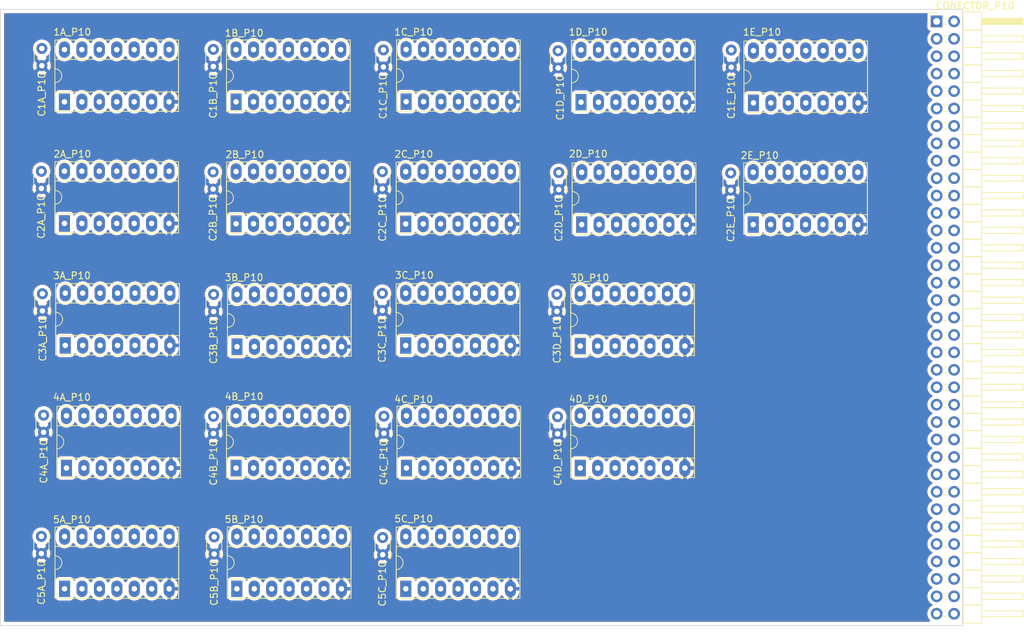
<source format=kicad_pcb>
(kicad_pcb (version 20160815) (host pcbnew "(2016-09-07 BZR 7135, Git c8cf783)-product")
  (layers (0 F.Cu signal) (31 B.Cu signal) (34 B.Paste user) (35 F.Paste user) (36 B.SilkS user) (37 F.SilkS user) (38 B.Mask user) (39 F.Mask user) (44 Edge.Cuts user))
  (net 0 "")
  (net 1 +RI_2)
  (net 2 -RI_0)
  (net 3 -RI_2)
  (net 4 +RI_0)
  (net 5 -RI_1)
  (net 6 "(+)RI_0")
  (net 7 "(+)RI_1")
  (net 8 +RI_1)
  (net 9 "(+)RI_2")
  (net 10 GND)
  (net 11 VCC)
  (net 12 +RI_5)
  (net 13 -RI_3)
  (net 14 -RI_5)
  (net 15 +RI_3)
  (net 16 -RI_4)
  (net 17 "(+)RI_3")
  (net 18 "(+)RI_4")
  (net 19 +RI_4)
  (net 20 "(+)RI_5")
  (net 21 "Net-(1C_P10-Pad8)")
  (net 22 "(+)RI_7")
  (net 23 "(+)RI_6")
  (net 24 "Net-(1C_P10-Pad12)")
  (net 25 "Net-(1C_P10-Pad6)")
  (net 26 +MIC)
  (net 27 "Net-(1D_P10-Pad8)")
  (net 28 -RI_7)
  (net 29 "Net-(1D_P10-Pad12)")
  (net 30 "Net-(1D_P10-Pad6)")
  (net 31 "Net-(1E_P10-Pad12)")
  (net 32 +RD_0)
  (net 33 -RI_6)
  (net 34 -RD_0)
  (net 35 +RI_6)
  (net 36 +RI_7)
  (net 37 -RD_1)
  (net 38 +RD_1)
  (net 39 +RD_4)
  (net 40 -RD_5)
  (net 41 -RD_4)
  (net 42 +RD_5)
  (net 43 +RD_3)
  (net 44 -RD_6)
  (net 45 -RD_3)
  (net 46 +RD_6)
  (net 47 +RD_2)
  (net 48 -RD_7)
  (net 49 -RD_2)
  (net 50 +RD_7)
  (net 51 -RDZ)
  (net 52 "Net-(2D_P10-Pad8)")
  (net 53 "Net-(2D_P10-Pad12)")
  (net 54 "Net-(2D_P10-Pad6)")
  (net 55 "Net-(2E_P10-Pad8)")
  (net 56 "Net-(2E_P10-Pad6)")
  (net 57 "Net-(3A_P10-Pad1)")
  (net 58 +IME)
  (net 59 +INDICE)
  (net 60 "Net-(3A_P10-Pad3)")
  (net 61 "+(PAN+PAZ)")
  (net 62 "+(CAC+SOM)")
  (net 63 "Net-(3A_P10-Pad5)")
  (net 64 "+(SUS+PUG)")
  (net 65 "+(PLI+ARA)")
  (net 66 +SAE)
  (net 67 +MICG2A)
  (net 68 +MICG2B)
  (net 69 +RESERVADO)
  (net 70 "Net-(3D_P10-Pad8)")
  (net 71 "Net-(3D_P10-Pad12)")
  (net 72 "Net-(3D_P10-Pad6)")
  (net 73 +MICG1)
  (net 74 +INI)
  (net 75 +PUL)
  (net 76 +TRO)
  (net 77 +SAEDS)
  (net 78 +SAEFU)
  (net 79 +SAEDE)
  (net 80 +SAESA)
  (net 81 +PLI)
  (net 82 +SOM)
  (net 83 +ARA)
  (net 84 +CAC)
  (net 85 +PER)
  (net 86 +TRI)
  (net 87 +ESP-D)
  (net 88 +PAR-D)
  (net 89 +IMEADD)
  (net 90 +SHIFT)
  (net 91 +IMENAND)
  (net 92 +IMEXOR)
  (net 93 +SUS)
  (net 94 +PAZ)
  (net 95 +PUG)
  (net 96 +PAN)
  (net 97 "Net-(CONECTOR_P10-Pad11)")
  (net 98 "Net-(CONECTOR_P10-Pad12)")
  (net 99 "Net-(CONECTOR_P10-Pad13)")
  (net 100 "Net-(CONECTOR_P10-Pad14)")
  (net 101 "Net-(CONECTOR_P10-Pad15)")
  (net 102 "Net-(CONECTOR_P10-Pad35)")
  (net 103 "Net-(CONECTOR_P10-Pad36)")
  (net 104 "Net-(CONECTOR_P10-Pad46)")
  (net 105 "Net-(CONECTOR_P10-Pad47)")
  (net 106 "Net-(CONECTOR_P10-Pad48)")
  (net 107 "Net-(CONECTOR_P10-Pad49)")
  (net 108 "Net-(CONECTOR_P10-Pad50)")
  (net 109 "Net-(CONECTOR_P10-Pad55)")
  (net 110 "Net-(CONECTOR_P10-Pad56)")
  (net 111 "Net-(CONECTOR_P10-Pad57)")
  (module Housings_DIP:DIP-14_W7.62mm_Socket_LongPads (layer F.Cu) (at 51.0869 38 90)
    (fp_text reference 1A_P10 (at 10.175 1.145 180) (layer F.SilkS))
    (fp_text value 74HC04)
    (pad 1 thru_hole rect (at 0 0 90) (size 2.4 1.6) (drill 0.8) (layers *.Cu *.Mask) (net 1 +RI_2))
    (pad 8 thru_hole oval (at 7.62 15.24 90) (size 2.4 1.6) (drill 0.8) (layers *.Cu *.Mask) (net 2 -RI_0))
    (pad 2 thru_hole oval (at 0 2.54 90) (size 2.4 1.6) (drill 0.8) (layers *.Cu *.Mask) (net 3 -RI_2))
    (pad 9 thru_hole oval (at 7.62 12.7 90) (size 2.4 1.6) (drill 0.8) (layers *.Cu *.Mask) (net 4 +RI_0))
    (pad 3 thru_hole oval (at 0 5.08 90) (size 2.4 1.6) (drill 0.8) (layers *.Cu *.Mask) (net 5 -RI_1))
    (pad 10 thru_hole oval (at 7.62 10.16 90) (size 2.4 1.6) (drill 0.8) (layers *.Cu *.Mask) (net 6 "(+)RI_0"))
    (pad 4 thru_hole oval (at 0 7.62 90) (size 2.4 1.6) (drill 0.8) (layers *.Cu *.Mask) (net 7 "(+)RI_1"))
    (pad 11 thru_hole oval (at 7.62 7.62 90) (size 2.4 1.6) (drill 0.8) (layers *.Cu *.Mask) (net 2 -RI_0))
    (pad 5 thru_hole oval (at 0 10.16 90) (size 2.4 1.6) (drill 0.8) (layers *.Cu *.Mask) (net 8 +RI_1))
    (pad 12 thru_hole oval (at 7.62 5.08 90) (size 2.4 1.6) (drill 0.8) (layers *.Cu *.Mask) (net 9 "(+)RI_2"))
    (pad 6 thru_hole oval (at 0 12.7 90) (size 2.4 1.6) (drill 0.8) (layers *.Cu *.Mask) (net 5 -RI_1))
    (pad 13 thru_hole oval (at 7.62 2.54 90) (size 2.4 1.6) (drill 0.8) (layers *.Cu *.Mask) (net 3 -RI_2))
    (pad 7 thru_hole oval (at 0 15.24 90) (size 2.4 1.6) (drill 0.8) (layers *.Cu *.Mask) (net 10 GND))
    (pad 14 thru_hole oval (at 7.62 0 90) (size 2.4 1.6) (drill 0.8) (layers *.Cu *.Mask) (net 11 VCC))
  )
  (module Housings_DIP:DIP-14_W7.62mm_Socket_LongPads (layer F.Cu) (at 76.0911 38 90)
    (fp_text reference 1B_P10 (at 10.025 1.175 180) (layer F.SilkS))
    (fp_text value 74HC04)
    (pad 1 thru_hole rect (at 0 0 90) (size 2.4 1.6) (drill 0.8) (layers *.Cu *.Mask) (net 12 +RI_5))
    (pad 8 thru_hole oval (at 7.62 15.24 90) (size 2.4 1.6) (drill 0.8) (layers *.Cu *.Mask) (net 13 -RI_3))
    (pad 2 thru_hole oval (at 0 2.54 90) (size 2.4 1.6) (drill 0.8) (layers *.Cu *.Mask) (net 14 -RI_5))
    (pad 9 thru_hole oval (at 7.62 12.7 90) (size 2.4 1.6) (drill 0.8) (layers *.Cu *.Mask) (net 15 +RI_3))
    (pad 3 thru_hole oval (at 0 5.08 90) (size 2.4 1.6) (drill 0.8) (layers *.Cu *.Mask) (net 16 -RI_4))
    (pad 10 thru_hole oval (at 7.62 10.16 90) (size 2.4 1.6) (drill 0.8) (layers *.Cu *.Mask) (net 17 "(+)RI_3"))
    (pad 4 thru_hole oval (at 0 7.62 90) (size 2.4 1.6) (drill 0.8) (layers *.Cu *.Mask) (net 18 "(+)RI_4"))
    (pad 11 thru_hole oval (at 7.62 7.62 90) (size 2.4 1.6) (drill 0.8) (layers *.Cu *.Mask) (net 13 -RI_3))
    (pad 5 thru_hole oval (at 0 10.16 90) (size 2.4 1.6) (drill 0.8) (layers *.Cu *.Mask) (net 19 +RI_4))
    (pad 12 thru_hole oval (at 7.62 5.08 90) (size 2.4 1.6) (drill 0.8) (layers *.Cu *.Mask) (net 20 "(+)RI_5"))
    (pad 6 thru_hole oval (at 0 12.7 90) (size 2.4 1.6) (drill 0.8) (layers *.Cu *.Mask) (net 16 -RI_4))
    (pad 13 thru_hole oval (at 7.62 2.54 90) (size 2.4 1.6) (drill 0.8) (layers *.Cu *.Mask) (net 14 -RI_5))
    (pad 7 thru_hole oval (at 0 15.24 90) (size 2.4 1.6) (drill 0.8) (layers *.Cu *.Mask) (net 10 GND))
    (pad 14 thru_hole oval (at 7.62 0 90) (size 2.4 1.6) (drill 0.8) (layers *.Cu *.Mask) (net 11 VCC))
  )
  (module Housings_DIP:DIP-14_W7.62mm_Socket_LongPads (layer F.Cu) (at 100.862 37.975 90)
    (fp_text reference 1C_P10 (at 10.15 1.1 180) (layer F.SilkS))
    (fp_text value 74LS10)
    (pad 1 thru_hole rect (at 0 0 90) (size 2.4 1.6) (drill 0.8) (layers *.Cu *.Mask) (net 6 "(+)RI_0"))
    (pad 8 thru_hole oval (at 7.62 15.24 90) (size 2.4 1.6) (drill 0.8) (layers *.Cu *.Mask) (net 21 "Net-(1C_P10-Pad8)"))
    (pad 2 thru_hole oval (at 0 2.54 90) (size 2.4 1.6) (drill 0.8) (layers *.Cu *.Mask) (net 7 "(+)RI_1"))
    (pad 9 thru_hole oval (at 7.62 12.7 90) (size 2.4 1.6) (drill 0.8) (layers *.Cu *.Mask) (net 22 "(+)RI_7"))
    (pad 3 thru_hole oval (at 0 5.08 90) (size 2.4 1.6) (drill 0.8) (layers *.Cu *.Mask) (net 6 "(+)RI_0"))
    (pad 10 thru_hole oval (at 7.62 10.16 90) (size 2.4 1.6) (drill 0.8) (layers *.Cu *.Mask) (net 23 "(+)RI_6"))
    (pad 4 thru_hole oval (at 0 7.62 90) (size 2.4 1.6) (drill 0.8) (layers *.Cu *.Mask) (net 5 -RI_1))
    (pad 11 thru_hole oval (at 7.62 7.62 90) (size 2.4 1.6) (drill 0.8) (layers *.Cu *.Mask) (net 20 "(+)RI_5"))
    (pad 5 thru_hole oval (at 0 10.16 90) (size 2.4 1.6) (drill 0.8) (layers *.Cu *.Mask) (net 9 "(+)RI_2"))
    (pad 12 thru_hole oval (at 7.62 5.08 90) (size 2.4 1.6) (drill 0.8) (layers *.Cu *.Mask) (net 24 "Net-(1C_P10-Pad12)"))
    (pad 6 thru_hole oval (at 0 12.7 90) (size 2.4 1.6) (drill 0.8) (layers *.Cu *.Mask) (net 25 "Net-(1C_P10-Pad6)"))
    (pad 13 thru_hole oval (at 7.62 2.54 90) (size 2.4 1.6) (drill 0.8) (layers *.Cu *.Mask) (net 9 "(+)RI_2"))
    (pad 7 thru_hole oval (at 0 15.24 90) (size 2.4 1.6) (drill 0.8) (layers *.Cu *.Mask) (net 10 GND))
    (pad 14 thru_hole oval (at 7.62 0 90) (size 2.4 1.6) (drill 0.8) (layers *.Cu *.Mask) (net 11 VCC))
  )
  (module Housings_DIP:DIP-14_W7.62mm_Socket_LongPads (layer F.Cu) (at 126.342 38.05 90)
    (fp_text reference 1D_P10 (at 10.225 1.05 180) (layer F.SilkS))
    (fp_text value 74LS10)
    (pad 1 thru_hole rect (at 0 0 90) (size 2.4 1.6) (drill 0.8) (layers *.Cu *.Mask) (net 26 +MIC))
    (pad 8 thru_hole oval (at 7.62 15.24 90) (size 2.4 1.6) (drill 0.8) (layers *.Cu *.Mask) (net 27 "Net-(1D_P10-Pad8)"))
    (pad 2 thru_hole oval (at 0 2.54 90) (size 2.4 1.6) (drill 0.8) (layers *.Cu *.Mask) (net 17 "(+)RI_3"))
    (pad 9 thru_hole oval (at 7.62 12.7 90) (size 2.4 1.6) (drill 0.8) (layers *.Cu *.Mask) (net 28 -RI_7))
    (pad 3 thru_hole oval (at 0 5.08 90) (size 2.4 1.6) (drill 0.8) (layers *.Cu *.Mask) (net 26 +MIC))
    (pad 10 thru_hole oval (at 7.62 10.16 90) (size 2.4 1.6) (drill 0.8) (layers *.Cu *.Mask) (net 23 "(+)RI_6"))
    (pad 4 thru_hole oval (at 0 7.62 90) (size 2.4 1.6) (drill 0.8) (layers *.Cu *.Mask) (net 17 "(+)RI_3"))
    (pad 11 thru_hole oval (at 7.62 7.62 90) (size 2.4 1.6) (drill 0.8) (layers *.Cu *.Mask) (net 20 "(+)RI_5"))
    (pad 5 thru_hole oval (at 0 10.16 90) (size 2.4 1.6) (drill 0.8) (layers *.Cu *.Mask) (net 16 -RI_4))
    (pad 12 thru_hole oval (at 7.62 5.08 90) (size 2.4 1.6) (drill 0.8) (layers *.Cu *.Mask) (net 29 "Net-(1D_P10-Pad12)"))
    (pad 6 thru_hole oval (at 0 12.7 90) (size 2.4 1.6) (drill 0.8) (layers *.Cu *.Mask) (net 30 "Net-(1D_P10-Pad6)"))
    (pad 13 thru_hole oval (at 7.62 2.54 90) (size 2.4 1.6) (drill 0.8) (layers *.Cu *.Mask) (net 18 "(+)RI_4"))
    (pad 7 thru_hole oval (at 0 15.24 90) (size 2.4 1.6) (drill 0.8) (layers *.Cu *.Mask) (net 10 GND))
    (pad 14 thru_hole oval (at 7.62 0 90) (size 2.4 1.6) (drill 0.8) (layers *.Cu *.Mask) (net 11 VCC))
  )
  (module Housings_DIP:DIP-14_W7.62mm_Socket_LongPads (layer F.Cu) (at 151.461 38.15 90)
    (fp_text reference 1E_P10 (at 10.325 1.25 180) (layer F.SilkS))
    (fp_text value 74LS10)
    (pad 1 thru_hole rect (at 0 0 90) (size 2.4 1.6) (drill 0.8) (layers *.Cu *.Mask) (net 14 -RI_5))
    (pad 8 thru_hole oval (at 7.62 15.24 90) (size 2.4 1.6) (drill 0.8) (layers *.Cu *.Mask))
    (pad 2 thru_hole oval (at 0 2.54 90) (size 2.4 1.6) (drill 0.8) (layers *.Cu *.Mask) (net 23 "(+)RI_6"))
    (pad 9 thru_hole oval (at 7.62 12.7 90) (size 2.4 1.6) (drill 0.8) (layers *.Cu *.Mask))
    (pad 3 thru_hole oval (at 0 5.08 90) (size 2.4 1.6) (drill 0.8) (layers *.Cu *.Mask))
    (pad 10 thru_hole oval (at 7.62 10.16 90) (size 2.4 1.6) (drill 0.8) (layers *.Cu *.Mask))
    (pad 4 thru_hole oval (at 0 7.62 90) (size 2.4 1.6) (drill 0.8) (layers *.Cu *.Mask))
    (pad 11 thru_hole oval (at 7.62 7.62 90) (size 2.4 1.6) (drill 0.8) (layers *.Cu *.Mask))
    (pad 5 thru_hole oval (at 0 10.16 90) (size 2.4 1.6) (drill 0.8) (layers *.Cu *.Mask))
    (pad 12 thru_hole oval (at 7.62 5.08 90) (size 2.4 1.6) (drill 0.8) (layers *.Cu *.Mask) (net 31 "Net-(1E_P10-Pad12)"))
    (pad 6 thru_hole oval (at 0 12.7 90) (size 2.4 1.6) (drill 0.8) (layers *.Cu *.Mask))
    (pad 13 thru_hole oval (at 7.62 2.54 90) (size 2.4 1.6) (drill 0.8) (layers *.Cu *.Mask) (net 22 "(+)RI_7"))
    (pad 7 thru_hole oval (at 0 15.24 90) (size 2.4 1.6) (drill 0.8) (layers *.Cu *.Mask) (net 10 GND))
    (pad 14 thru_hole oval (at 7.62 0 90) (size 2.4 1.6) (drill 0.8) (layers *.Cu *.Mask) (net 11 VCC))
  )
  (module Housings_DIP:DIP-14_W7.62mm_Socket_LongPads (layer F.Cu) (at 51.0869 55.7281 90)
    (fp_text reference 2A_P10 (at 10.12 1.145 180) (layer F.SilkS))
    (fp_text value 74HC04)
    (pad 1 thru_hole rect (at 0 0 90) (size 2.4 1.6) (drill 0.8) (layers *.Cu *.Mask) (net 32 +RD_0))
    (pad 8 thru_hole oval (at 7.62 15.24 90) (size 2.4 1.6) (drill 0.8) (layers *.Cu *.Mask) (net 33 -RI_6))
    (pad 2 thru_hole oval (at 0 2.54 90) (size 2.4 1.6) (drill 0.8) (layers *.Cu *.Mask) (net 34 -RD_0))
    (pad 9 thru_hole oval (at 7.62 12.7 90) (size 2.4 1.6) (drill 0.8) (layers *.Cu *.Mask) (net 35 +RI_6))
    (pad 3 thru_hole oval (at 0 5.08 90) (size 2.4 1.6) (drill 0.8) (layers *.Cu *.Mask) (net 28 -RI_7))
    (pad 10 thru_hole oval (at 7.62 10.16 90) (size 2.4 1.6) (drill 0.8) (layers *.Cu *.Mask) (net 23 "(+)RI_6"))
    (pad 4 thru_hole oval (at 0 7.62 90) (size 2.4 1.6) (drill 0.8) (layers *.Cu *.Mask) (net 22 "(+)RI_7"))
    (pad 11 thru_hole oval (at 7.62 7.62 90) (size 2.4 1.6) (drill 0.8) (layers *.Cu *.Mask) (net 33 -RI_6))
    (pad 5 thru_hole oval (at 0 10.16 90) (size 2.4 1.6) (drill 0.8) (layers *.Cu *.Mask) (net 36 +RI_7))
    (pad 12 thru_hole oval (at 7.62 5.08 90) (size 2.4 1.6) (drill 0.8) (layers *.Cu *.Mask) (net 37 -RD_1))
    (pad 6 thru_hole oval (at 0 12.7 90) (size 2.4 1.6) (drill 0.8) (layers *.Cu *.Mask) (net 28 -RI_7))
    (pad 13 thru_hole oval (at 7.62 2.54 90) (size 2.4 1.6) (drill 0.8) (layers *.Cu *.Mask) (net 38 +RD_1))
    (pad 7 thru_hole oval (at 0 15.24 90) (size 2.4 1.6) (drill 0.8) (layers *.Cu *.Mask) (net 10 GND))
    (pad 14 thru_hole oval (at 7.62 0 90) (size 2.4 1.6) (drill 0.8) (layers *.Cu *.Mask) (net 11 VCC))
  )
  (module Housings_DIP:DIP-14_W7.62mm_Socket_LongPads (layer F.Cu) (at 76.0911 55.78 90)
    (fp_text reference 2B_P10 (at 10.1 1.275 180) (layer F.SilkS))
    (fp_text value 74HC04)
    (pad 1 thru_hole rect (at 0 0 90) (size 2.4 1.6) (drill 0.8) (layers *.Cu *.Mask) (net 39 +RD_4))
    (pad 8 thru_hole oval (at 7.62 15.24 90) (size 2.4 1.6) (drill 0.8) (layers *.Cu *.Mask) (net 40 -RD_5))
    (pad 2 thru_hole oval (at 0 2.54 90) (size 2.4 1.6) (drill 0.8) (layers *.Cu *.Mask) (net 41 -RD_4))
    (pad 9 thru_hole oval (at 7.62 12.7 90) (size 2.4 1.6) (drill 0.8) (layers *.Cu *.Mask) (net 42 +RD_5))
    (pad 3 thru_hole oval (at 0 5.08 90) (size 2.4 1.6) (drill 0.8) (layers *.Cu *.Mask) (net 43 +RD_3))
    (pad 10 thru_hole oval (at 7.62 10.16 90) (size 2.4 1.6) (drill 0.8) (layers *.Cu *.Mask) (net 44 -RD_6))
    (pad 4 thru_hole oval (at 0 7.62 90) (size 2.4 1.6) (drill 0.8) (layers *.Cu *.Mask) (net 45 -RD_3))
    (pad 11 thru_hole oval (at 7.62 7.62 90) (size 2.4 1.6) (drill 0.8) (layers *.Cu *.Mask) (net 46 +RD_6))
    (pad 5 thru_hole oval (at 0 10.16 90) (size 2.4 1.6) (drill 0.8) (layers *.Cu *.Mask) (net 47 +RD_2))
    (pad 12 thru_hole oval (at 7.62 5.08 90) (size 2.4 1.6) (drill 0.8) (layers *.Cu *.Mask) (net 48 -RD_7))
    (pad 6 thru_hole oval (at 0 12.7 90) (size 2.4 1.6) (drill 0.8) (layers *.Cu *.Mask) (net 49 -RD_2))
    (pad 13 thru_hole oval (at 7.62 2.54 90) (size 2.4 1.6) (drill 0.8) (layers *.Cu *.Mask) (net 50 +RD_7))
    (pad 7 thru_hole oval (at 0 15.24 90) (size 2.4 1.6) (drill 0.8) (layers *.Cu *.Mask) (net 10 GND))
    (pad 14 thru_hole oval (at 7.62 0 90) (size 2.4 1.6) (drill 0.8) (layers *.Cu *.Mask) (net 11 VCC))
  )
  (module Housings_DIP:DIP-14_W7.62mm_Socket_LongPads (layer F.Cu) (at 100.803 55.7994 90)
    (fp_text reference 2C_P10 (at 10.17 1.175 180) (layer F.SilkS))
    (fp_text value 74LS30)
    (pad 1 thru_hole rect (at 0 0 90) (size 2.4 1.6) (drill 0.8) (layers *.Cu *.Mask) (net 34 -RD_0))
    (pad 8 thru_hole oval (at 7.62 15.24 90) (size 2.4 1.6) (drill 0.8) (layers *.Cu *.Mask) (net 51 -RDZ))
    (pad 2 thru_hole oval (at 0 2.54 90) (size 2.4 1.6) (drill 0.8) (layers *.Cu *.Mask) (net 37 -RD_1))
    (pad 9 thru_hole oval (at 7.62 12.7 90) (size 2.4 1.6) (drill 0.8) (layers *.Cu *.Mask))
    (pad 3 thru_hole oval (at 0 5.08 90) (size 2.4 1.6) (drill 0.8) (layers *.Cu *.Mask) (net 49 -RD_2))
    (pad 10 thru_hole oval (at 7.62 10.16 90) (size 2.4 1.6) (drill 0.8) (layers *.Cu *.Mask))
    (pad 4 thru_hole oval (at 0 7.62 90) (size 2.4 1.6) (drill 0.8) (layers *.Cu *.Mask) (net 45 -RD_3))
    (pad 11 thru_hole oval (at 7.62 7.62 90) (size 2.4 1.6) (drill 0.8) (layers *.Cu *.Mask) (net 44 -RD_6))
    (pad 5 thru_hole oval (at 0 10.16 90) (size 2.4 1.6) (drill 0.8) (layers *.Cu *.Mask) (net 41 -RD_4))
    (pad 12 thru_hole oval (at 7.62 5.08 90) (size 2.4 1.6) (drill 0.8) (layers *.Cu *.Mask) (net 48 -RD_7))
    (pad 6 thru_hole oval (at 0 12.7 90) (size 2.4 1.6) (drill 0.8) (layers *.Cu *.Mask) (net 40 -RD_5))
    (pad 13 thru_hole oval (at 7.62 2.54 90) (size 2.4 1.6) (drill 0.8) (layers *.Cu *.Mask))
    (pad 7 thru_hole oval (at 0 15.24 90) (size 2.4 1.6) (drill 0.8) (layers *.Cu *.Mask) (net 10 GND))
    (pad 14 thru_hole oval (at 7.62 0 90) (size 2.4 1.6) (drill 0.8) (layers *.Cu *.Mask) (net 11 VCC))
  )
  (module Housings_DIP:DIP-14_W7.62mm_Socket_LongPads (layer F.Cu) (at 126.442 55.8883 90)
    (fp_text reference 2D_P10 (at 10.3 0.95 180) (layer F.SilkS))
    (fp_text value 74LS10)
    (pad 1 thru_hole rect (at 0 0 90) (size 2.4 1.6) (drill 0.8) (layers *.Cu *.Mask) (net 20 "(+)RI_5"))
    (pad 8 thru_hole oval (at 7.62 15.24 90) (size 2.4 1.6) (drill 0.8) (layers *.Cu *.Mask) (net 52 "Net-(2D_P10-Pad8)"))
    (pad 2 thru_hole oval (at 0 2.54 90) (size 2.4 1.6) (drill 0.8) (layers *.Cu *.Mask) (net 33 -RI_6))
    (pad 9 thru_hole oval (at 7.62 12.7 90) (size 2.4 1.6) (drill 0.8) (layers *.Cu *.Mask) (net 3 -RI_2))
    (pad 3 thru_hole oval (at 0 5.08 90) (size 2.4 1.6) (drill 0.8) (layers *.Cu *.Mask) (net 20 "(+)RI_5"))
    (pad 10 thru_hole oval (at 7.62 10.16 90) (size 2.4 1.6) (drill 0.8) (layers *.Cu *.Mask) (net 5 -RI_1))
    (pad 4 thru_hole oval (at 0 7.62 90) (size 2.4 1.6) (drill 0.8) (layers *.Cu *.Mask) (net 33 -RI_6))
    (pad 11 thru_hole oval (at 7.62 7.62 90) (size 2.4 1.6) (drill 0.8) (layers *.Cu *.Mask) (net 6 "(+)RI_0"))
    (pad 5 thru_hole oval (at 0 10.16 90) (size 2.4 1.6) (drill 0.8) (layers *.Cu *.Mask) (net 22 "(+)RI_7"))
    (pad 12 thru_hole oval (at 7.62 5.08 90) (size 2.4 1.6) (drill 0.8) (layers *.Cu *.Mask) (net 53 "Net-(2D_P10-Pad12)"))
    (pad 6 thru_hole oval (at 0 12.7 90) (size 2.4 1.6) (drill 0.8) (layers *.Cu *.Mask) (net 54 "Net-(2D_P10-Pad6)"))
    (pad 13 thru_hole oval (at 7.62 2.54 90) (size 2.4 1.6) (drill 0.8) (layers *.Cu *.Mask) (net 28 -RI_7))
    (pad 7 thru_hole oval (at 0 15.24 90) (size 2.4 1.6) (drill 0.8) (layers *.Cu *.Mask) (net 10 GND))
    (pad 14 thru_hole oval (at 7.62 0 90) (size 2.4 1.6) (drill 0.8) (layers *.Cu *.Mask) (net 11 VCC))
  )
  (module Housings_DIP:DIP-14_W7.62mm_Socket_LongPads (layer F.Cu) (at 151.425 55.8883 90)
    (fp_text reference 2E_P10 (at 10.075 0.95 180) (layer F.SilkS))
    (fp_text value 74LS13)
    (pad 1 thru_hole rect (at 0 0 90) (size 2.4 1.6) (drill 0.8) (layers *.Cu *.Mask) (net 6 "(+)RI_0"))
    (pad 8 thru_hole oval (at 7.62 15.24 90) (size 2.4 1.6) (drill 0.8) (layers *.Cu *.Mask) (net 55 "Net-(2E_P10-Pad8)"))
    (pad 2 thru_hole oval (at 0 2.54 90) (size 2.4 1.6) (drill 0.8) (layers *.Cu *.Mask) (net 7 "(+)RI_1"))
    (pad 9 thru_hole oval (at 7.62 12.7 90) (size 2.4 1.6) (drill 0.8) (layers *.Cu *.Mask) (net 13 -RI_3))
    (pad 3 thru_hole oval (at 0 5.08 90) (size 2.4 1.6) (drill 0.8) (layers *.Cu *.Mask))
    (pad 10 thru_hole oval (at 7.62 10.16 90) (size 2.4 1.6) (drill 0.8) (layers *.Cu *.Mask) (net 3 -RI_2))
    (pad 4 thru_hole oval (at 0 7.62 90) (size 2.4 1.6) (drill 0.8) (layers *.Cu *.Mask) (net 3 -RI_2))
    (pad 11 thru_hole oval (at 7.62 7.62 90) (size 2.4 1.6) (drill 0.8) (layers *.Cu *.Mask))
    (pad 5 thru_hole oval (at 0 10.16 90) (size 2.4 1.6) (drill 0.8) (layers *.Cu *.Mask) (net 17 "(+)RI_3"))
    (pad 12 thru_hole oval (at 7.62 5.08 90) (size 2.4 1.6) (drill 0.8) (layers *.Cu *.Mask) (net 7 "(+)RI_1"))
    (pad 6 thru_hole oval (at 0 12.7 90) (size 2.4 1.6) (drill 0.8) (layers *.Cu *.Mask) (net 56 "Net-(2E_P10-Pad6)"))
    (pad 13 thru_hole oval (at 7.62 2.54 90) (size 2.4 1.6) (drill 0.8) (layers *.Cu *.Mask) (net 6 "(+)RI_0"))
    (pad 7 thru_hole oval (at 0 15.24 90) (size 2.4 1.6) (drill 0.8) (layers *.Cu *.Mask) (net 10 GND))
    (pad 14 thru_hole oval (at 7.62 0 90) (size 2.4 1.6) (drill 0.8) (layers *.Cu *.Mask) (net 11 VCC))
  )
  (module Housings_DIP:DIP-14_W7.62mm_Socket_LongPads (layer F.Cu) (at 51.205 73.5088 90)
    (fp_text reference 3A_P10 (at 10.17 0.97 180) (layer F.SilkS))
    (fp_text value 74HC04)
    (pad 1 thru_hole rect (at 0 0 90) (size 2.4 1.6) (drill 0.8) (layers *.Cu *.Mask) (net 57 "Net-(3A_P10-Pad1)"))
    (pad 8 thru_hole oval (at 7.62 15.24 90) (size 2.4 1.6) (drill 0.8) (layers *.Cu *.Mask) (net 58 +IME))
    (pad 2 thru_hole oval (at 0 2.54 90) (size 2.4 1.6) (drill 0.8) (layers *.Cu *.Mask) (net 59 +INDICE))
    (pad 9 thru_hole oval (at 7.62 12.7 90) (size 2.4 1.6) (drill 0.8) (layers *.Cu *.Mask) (net 56 "Net-(2E_P10-Pad6)"))
    (pad 3 thru_hole oval (at 0 5.08 90) (size 2.4 1.6) (drill 0.8) (layers *.Cu *.Mask) (net 60 "Net-(3A_P10-Pad3)"))
    (pad 10 thru_hole oval (at 7.62 10.16 90) (size 2.4 1.6) (drill 0.8) (layers *.Cu *.Mask) (net 61 "+(PAN+PAZ)"))
    (pad 4 thru_hole oval (at 0 7.62 90) (size 2.4 1.6) (drill 0.8) (layers *.Cu *.Mask) (net 62 "+(CAC+SOM)"))
    (pad 11 thru_hole oval (at 7.62 7.62 90) (size 2.4 1.6) (drill 0.8) (layers *.Cu *.Mask) (net 24 "Net-(1C_P10-Pad12)"))
    (pad 5 thru_hole oval (at 0 10.16 90) (size 2.4 1.6) (drill 0.8) (layers *.Cu *.Mask) (net 63 "Net-(3A_P10-Pad5)"))
    (pad 12 thru_hole oval (at 7.62 5.08 90) (size 2.4 1.6) (drill 0.8) (layers *.Cu *.Mask) (net 64 "+(SUS+PUG)"))
    (pad 6 thru_hole oval (at 0 12.7 90) (size 2.4 1.6) (drill 0.8) (layers *.Cu *.Mask) (net 65 "+(PLI+ARA)"))
    (pad 13 thru_hole oval (at 7.62 2.54 90) (size 2.4 1.6) (drill 0.8) (layers *.Cu *.Mask) (net 25 "Net-(1C_P10-Pad6)"))
    (pad 7 thru_hole oval (at 0 15.24 90) (size 2.4 1.6) (drill 0.8) (layers *.Cu *.Mask) (net 10 GND))
    (pad 14 thru_hole oval (at 7.62 0 90) (size 2.4 1.6) (drill 0.8) (layers *.Cu *.Mask) (net 11 VCC))
  )
  (module Housings_DIP:DIP-14_W7.62mm_Socket_LongPads (layer F.Cu) (at 76.2256 73.695 90)
    (fp_text reference 3B_P10 (at 10.095 1.025 180) (layer F.SilkS))
    (fp_text value 74HC04)
    (pad 1 thru_hole rect (at 0 0 90) (size 2.4 1.6) (drill 0.8) (layers *.Cu *.Mask) (net 55 "Net-(2E_P10-Pad8)"))
    (pad 8 thru_hole oval (at 7.62 15.24 90) (size 2.4 1.6) (drill 0.8) (layers *.Cu *.Mask))
    (pad 2 thru_hole oval (at 0 2.54 90) (size 2.4 1.6) (drill 0.8) (layers *.Cu *.Mask) (net 66 +SAE))
    (pad 9 thru_hole oval (at 7.62 12.7 90) (size 2.4 1.6) (drill 0.8) (layers *.Cu *.Mask))
    (pad 3 thru_hole oval (at 0 5.08 90) (size 2.4 1.6) (drill 0.8) (layers *.Cu *.Mask) (net 52 "Net-(2D_P10-Pad8)"))
    (pad 10 thru_hole oval (at 7.62 10.16 90) (size 2.4 1.6) (drill 0.8) (layers *.Cu *.Mask))
    (pad 4 thru_hole oval (at 0 7.62 90) (size 2.4 1.6) (drill 0.8) (layers *.Cu *.Mask) (net 26 +MIC))
    (pad 11 thru_hole oval (at 7.62 7.62 90) (size 2.4 1.6) (drill 0.8) (layers *.Cu *.Mask))
    (pad 5 thru_hole oval (at 0 10.16 90) (size 2.4 1.6) (drill 0.8) (layers *.Cu *.Mask) (net 29 "Net-(1D_P10-Pad12)"))
    (pad 12 thru_hole oval (at 7.62 5.08 90) (size 2.4 1.6) (drill 0.8) (layers *.Cu *.Mask) (net 67 +MICG2A))
    (pad 6 thru_hole oval (at 0 12.7 90) (size 2.4 1.6) (drill 0.8) (layers *.Cu *.Mask) (net 68 +MICG2B))
    (pad 13 thru_hole oval (at 7.62 2.54 90) (size 2.4 1.6) (drill 0.8) (layers *.Cu *.Mask) (net 30 "Net-(1D_P10-Pad6)"))
    (pad 7 thru_hole oval (at 0 15.24 90) (size 2.4 1.6) (drill 0.8) (layers *.Cu *.Mask) (net 10 GND))
    (pad 14 thru_hole oval (at 7.62 0 90) (size 2.4 1.6) (drill 0.8) (layers *.Cu *.Mask) (net 11 VCC))
  )
  (module Housings_DIP:DIP-14_W7.62mm_Socket_LongPads (layer F.Cu) (at 100.803 73.5212 90)
    (fp_text reference 3C_P10 (at 10.245 1.25 180) (layer F.SilkS))
    (fp_text value 7402)
    (pad 1 thru_hole rect (at 0 0 90) (size 2.4 1.6) (drill 0.8) (layers *.Cu *.Mask) (net 69 +RESERVADO))
    (pad 8 thru_hole oval (at 7.62 15.24 90) (size 2.4 1.6) (drill 0.8) (layers *.Cu *.Mask))
    (pad 2 thru_hole oval (at 0 2.54 90) (size 2.4 1.6) (drill 0.8) (layers *.Cu *.Mask) (net 21 "Net-(1C_P10-Pad8)"))
    (pad 9 thru_hole oval (at 7.62 12.7 90) (size 2.4 1.6) (drill 0.8) (layers *.Cu *.Mask))
    (pad 3 thru_hole oval (at 0 5.08 90) (size 2.4 1.6) (drill 0.8) (layers *.Cu *.Mask) (net 29 "Net-(1D_P10-Pad12)"))
    (pad 10 thru_hole oval (at 7.62 10.16 90) (size 2.4 1.6) (drill 0.8) (layers *.Cu *.Mask))
    (pad 4 thru_hole oval (at 0 7.62 90) (size 2.4 1.6) (drill 0.8) (layers *.Cu *.Mask))
    (pad 11 thru_hole oval (at 7.62 7.62 90) (size 2.4 1.6) (drill 0.8) (layers *.Cu *.Mask))
    (pad 5 thru_hole oval (at 0 10.16 90) (size 2.4 1.6) (drill 0.8) (layers *.Cu *.Mask))
    (pad 12 thru_hole oval (at 7.62 5.08 90) (size 2.4 1.6) (drill 0.8) (layers *.Cu *.Mask))
    (pad 6 thru_hole oval (at 0 12.7 90) (size 2.4 1.6) (drill 0.8) (layers *.Cu *.Mask))
    (pad 13 thru_hole oval (at 7.62 2.54 90) (size 2.4 1.6) (drill 0.8) (layers *.Cu *.Mask))
    (pad 7 thru_hole oval (at 0 15.24 90) (size 2.4 1.6) (drill 0.8) (layers *.Cu *.Mask) (net 10 GND))
    (pad 14 thru_hole oval (at 7.62 0 90) (size 2.4 1.6) (drill 0.8) (layers *.Cu *.Mask) (net 11 VCC))
  )
  (module Housings_DIP:DIP-14_W7.62mm_Socket_LongPads (layer F.Cu) (at 126.232 73.5992 90)
    (fp_text reference 3D_P10 (at 9.945 1.39 180) (layer F.SilkS))
    (fp_text value 74LS10)
    (pad 1 thru_hole rect (at 0 0 90) (size 2.4 1.6) (drill 0.8) (layers *.Cu *.Mask) (net 14 -RI_5))
    (pad 8 thru_hole oval (at 7.62 15.24 90) (size 2.4 1.6) (drill 0.8) (layers *.Cu *.Mask) (net 70 "Net-(3D_P10-Pad8)"))
    (pad 2 thru_hole oval (at 0 2.54 90) (size 2.4 1.6) (drill 0.8) (layers *.Cu *.Mask) (net 33 -RI_6))
    (pad 9 thru_hole oval (at 7.62 12.7 90) (size 2.4 1.6) (drill 0.8) (layers *.Cu *.Mask) (net 28 -RI_7))
    (pad 3 thru_hole oval (at 0 5.08 90) (size 2.4 1.6) (drill 0.8) (layers *.Cu *.Mask) (net 14 -RI_5))
    (pad 10 thru_hole oval (at 7.62 10.16 90) (size 2.4 1.6) (drill 0.8) (layers *.Cu *.Mask) (net 23 "(+)RI_6"))
    (pad 4 thru_hole oval (at 0 7.62 90) (size 2.4 1.6) (drill 0.8) (layers *.Cu *.Mask) (net 33 -RI_6))
    (pad 11 thru_hole oval (at 7.62 7.62 90) (size 2.4 1.6) (drill 0.8) (layers *.Cu *.Mask) (net 14 -RI_5))
    (pad 5 thru_hole oval (at 0 10.16 90) (size 2.4 1.6) (drill 0.8) (layers *.Cu *.Mask) (net 22 "(+)RI_7"))
    (pad 12 thru_hole oval (at 7.62 5.08 90) (size 2.4 1.6) (drill 0.8) (layers *.Cu *.Mask) (net 71 "Net-(3D_P10-Pad12)"))
    (pad 6 thru_hole oval (at 0 12.7 90) (size 2.4 1.6) (drill 0.8) (layers *.Cu *.Mask) (net 72 "Net-(3D_P10-Pad6)"))
    (pad 13 thru_hole oval (at 7.62 2.54 90) (size 2.4 1.6) (drill 0.8) (layers *.Cu *.Mask) (net 28 -RI_7))
    (pad 7 thru_hole oval (at 0 15.24 90) (size 2.4 1.6) (drill 0.8) (layers *.Cu *.Mask) (net 10 GND))
    (pad 14 thru_hole oval (at 7.62 0 90) (size 2.4 1.6) (drill 0.8) (layers *.Cu *.Mask) (net 11 VCC))
  )
  (module Housings_DIP:DIP-14_W7.62mm_Socket_LongPads (layer F.Cu) (at 51.38 91.39 90)
    (fp_text reference 4A_P10 (at 10.32 0.795 180) (layer F.SilkS))
    (fp_text value 7402)
    (pad 1 thru_hole rect (at 0 0 90) (size 2.4 1.6) (drill 0.8) (layers *.Cu *.Mask) (net 73 +MICG1))
    (pad 8 thru_hole oval (at 7.62 15.24 90) (size 2.4 1.6) (drill 0.8) (layers *.Cu *.Mask) (net 70 "Net-(3D_P10-Pad8)"))
    (pad 2 thru_hole oval (at 0 2.54 90) (size 2.4 1.6) (drill 0.8) (layers *.Cu *.Mask) (net 52 "Net-(2D_P10-Pad8)"))
    (pad 9 thru_hole oval (at 7.62 12.7 90) (size 2.4 1.6) (drill 0.8) (layers *.Cu *.Mask) (net 29 "Net-(1D_P10-Pad12)"))
    (pad 3 thru_hole oval (at 0 5.08 90) (size 2.4 1.6) (drill 0.8) (layers *.Cu *.Mask) (net 17 "(+)RI_3"))
    (pad 10 thru_hole oval (at 7.62 10.16 90) (size 2.4 1.6) (drill 0.8) (layers *.Cu *.Mask) (net 74 +INI))
    (pad 4 thru_hole oval (at 0 7.62 90) (size 2.4 1.6) (drill 0.8) (layers *.Cu *.Mask) (net 75 +PUL))
    (pad 11 thru_hole oval (at 7.62 7.62 90) (size 2.4 1.6) (drill 0.8) (layers *.Cu *.Mask) (net 72 "Net-(3D_P10-Pad6)"))
    (pad 5 thru_hole oval (at 0 10.16 90) (size 2.4 1.6) (drill 0.8) (layers *.Cu *.Mask) (net 29 "Net-(1D_P10-Pad12)"))
    (pad 12 thru_hole oval (at 7.62 5.08 90) (size 2.4 1.6) (drill 0.8) (layers *.Cu *.Mask) (net 29 "Net-(1D_P10-Pad12)"))
    (pad 6 thru_hole oval (at 0 12.7 90) (size 2.4 1.6) (drill 0.8) (layers *.Cu *.Mask) (net 71 "Net-(3D_P10-Pad12)"))
    (pad 13 thru_hole oval (at 7.62 2.54 90) (size 2.4 1.6) (drill 0.8) (layers *.Cu *.Mask) (net 76 +TRO))
    (pad 7 thru_hole oval (at 0 15.24 90) (size 2.4 1.6) (drill 0.8) (layers *.Cu *.Mask) (net 10 GND))
    (pad 14 thru_hole oval (at 7.62 0 90) (size 2.4 1.6) (drill 0.8) (layers *.Cu *.Mask) (net 11 VCC))
  )
  (module Housings_DIP:DIP-14_W7.62mm_Socket_LongPads (layer F.Cu) (at 76.0911 91.39 90)
    (fp_text reference 4B_P10 (at 10.425 1.175 180) (layer F.SilkS))
    (fp_text value 7402)
    (pad 1 thru_hole rect (at 0 0 90) (size 2.4 1.6) (drill 0.8) (layers *.Cu *.Mask) (net 77 +SAEDS))
    (pad 8 thru_hole oval (at 7.62 15.24 90) (size 2.4 1.6) (drill 0.8) (layers *.Cu *.Mask) (net 45 -RD_3))
    (pad 2 thru_hole oval (at 0 2.54 90) (size 2.4 1.6) (drill 0.8) (layers *.Cu *.Mask) (net 34 -RD_0))
    (pad 9 thru_hole oval (at 7.62 12.7 90) (size 2.4 1.6) (drill 0.8) (layers *.Cu *.Mask) (net 55 "Net-(2E_P10-Pad8)"))
    (pad 3 thru_hole oval (at 0 5.08 90) (size 2.4 1.6) (drill 0.8) (layers *.Cu *.Mask) (net 55 "Net-(2E_P10-Pad8)"))
    (pad 10 thru_hole oval (at 7.62 10.16 90) (size 2.4 1.6) (drill 0.8) (layers *.Cu *.Mask) (net 78 +SAEFU))
    (pad 4 thru_hole oval (at 0 7.62 90) (size 2.4 1.6) (drill 0.8) (layers *.Cu *.Mask) (net 79 +SAEDE))
    (pad 11 thru_hole oval (at 7.62 7.62 90) (size 2.4 1.6) (drill 0.8) (layers *.Cu *.Mask) (net 49 -RD_2))
    (pad 5 thru_hole oval (at 0 10.16 90) (size 2.4 1.6) (drill 0.8) (layers *.Cu *.Mask) (net 37 -RD_1))
    (pad 12 thru_hole oval (at 7.62 5.08 90) (size 2.4 1.6) (drill 0.8) (layers *.Cu *.Mask) (net 55 "Net-(2E_P10-Pad8)"))
    (pad 6 thru_hole oval (at 0 12.7 90) (size 2.4 1.6) (drill 0.8) (layers *.Cu *.Mask) (net 55 "Net-(2E_P10-Pad8)"))
    (pad 13 thru_hole oval (at 7.62 2.54 90) (size 2.4 1.6) (drill 0.8) (layers *.Cu *.Mask) (net 80 +SAESA))
    (pad 7 thru_hole oval (at 0 15.24 90) (size 2.4 1.6) (drill 0.8) (layers *.Cu *.Mask) (net 10 GND))
    (pad 14 thru_hole oval (at 7.62 0 90) (size 2.4 1.6) (drill 0.8) (layers *.Cu *.Mask) (net 11 VCC))
  )
  (module Housings_DIP:DIP-14_W7.62mm_Socket_LongPads (layer F.Cu) (at 100.912 91.39 90)
    (fp_text reference 4C_P10 (at 10.02 1.05 180) (layer F.SilkS))
    (fp_text value 7402)
    (pad 1 thru_hole rect (at 0 0 90) (size 2.4 1.6) (drill 0.8) (layers *.Cu *.Mask) (net 81 +PLI))
    (pad 8 thru_hole oval (at 7.62 15.24 90) (size 2.4 1.6) (drill 0.8) (layers *.Cu *.Mask) (net 60 "Net-(3A_P10-Pad3)"))
    (pad 2 thru_hole oval (at 0 2.54 90) (size 2.4 1.6) (drill 0.8) (layers *.Cu *.Mask) (net 9 "(+)RI_2"))
    (pad 9 thru_hole oval (at 7.62 12.7 90) (size 2.4 1.6) (drill 0.8) (layers *.Cu *.Mask) (net 3 -RI_2))
    (pad 3 thru_hole oval (at 0 5.08 90) (size 2.4 1.6) (drill 0.8) (layers *.Cu *.Mask) (net 63 "Net-(3A_P10-Pad5)"))
    (pad 10 thru_hole oval (at 7.62 10.16 90) (size 2.4 1.6) (drill 0.8) (layers *.Cu *.Mask) (net 82 +SOM))
    (pad 4 thru_hole oval (at 0 7.62 90) (size 2.4 1.6) (drill 0.8) (layers *.Cu *.Mask) (net 83 +ARA))
    (pad 11 thru_hole oval (at 7.62 7.62 90) (size 2.4 1.6) (drill 0.8) (layers *.Cu *.Mask) (net 9 "(+)RI_2"))
    (pad 5 thru_hole oval (at 0 10.16 90) (size 2.4 1.6) (drill 0.8) (layers *.Cu *.Mask) (net 63 "Net-(3A_P10-Pad5)"))
    (pad 12 thru_hole oval (at 7.62 5.08 90) (size 2.4 1.6) (drill 0.8) (layers *.Cu *.Mask) (net 60 "Net-(3A_P10-Pad3)"))
    (pad 6 thru_hole oval (at 0 12.7 90) (size 2.4 1.6) (drill 0.8) (layers *.Cu *.Mask) (net 3 -RI_2))
    (pad 13 thru_hole oval (at 7.62 2.54 90) (size 2.4 1.6) (drill 0.8) (layers *.Cu *.Mask) (net 84 +CAC))
    (pad 7 thru_hole oval (at 0 15.24 90) (size 2.4 1.6) (drill 0.8) (layers *.Cu *.Mask) (net 10 GND))
    (pad 14 thru_hole oval (at 7.62 0 90) (size 2.4 1.6) (drill 0.8) (layers *.Cu *.Mask) (net 11 VCC))
  )
  (module Housings_DIP:DIP-14_W7.62mm_Socket_LongPads (layer F.Cu) (at 126.232 91.39 90)
    (fp_text reference 4D_P10 (at 10.05 1.165 180) (layer F.SilkS))
    (fp_text value 7400)
    (pad 1 thru_hole rect (at 0 0 90) (size 2.4 1.6) (drill 0.8) (layers *.Cu *.Mask) (net 2 -RI_0))
    (pad 8 thru_hole oval (at 7.62 15.24 90) (size 2.4 1.6) (drill 0.8) (layers *.Cu *.Mask))
    (pad 2 thru_hole oval (at 0 2.54 90) (size 2.4 1.6) (drill 0.8) (layers *.Cu *.Mask) (net 17 "(+)RI_3"))
    (pad 9 thru_hole oval (at 7.62 12.7 90) (size 2.4 1.6) (drill 0.8) (layers *.Cu *.Mask))
    (pad 3 thru_hole oval (at 0 5.08 90) (size 2.4 1.6) (drill 0.8) (layers *.Cu *.Mask) (net 57 "Net-(3A_P10-Pad1)"))
    (pad 10 thru_hole oval (at 7.62 10.16 90) (size 2.4 1.6) (drill 0.8) (layers *.Cu *.Mask))
    (pad 4 thru_hole oval (at 0 7.62 90) (size 2.4 1.6) (drill 0.8) (layers *.Cu *.Mask) (net 5 -RI_1))
    (pad 11 thru_hole oval (at 7.62 7.62 90) (size 2.4 1.6) (drill 0.8) (layers *.Cu *.Mask) (net 60 "Net-(3A_P10-Pad3)"))
    (pad 5 thru_hole oval (at 0 10.16 90) (size 2.4 1.6) (drill 0.8) (layers *.Cu *.Mask) (net 2 -RI_0))
    (pad 12 thru_hole oval (at 7.62 5.08 90) (size 2.4 1.6) (drill 0.8) (layers *.Cu *.Mask) (net 2 -RI_0))
    (pad 6 thru_hole oval (at 0 12.7 90) (size 2.4 1.6) (drill 0.8) (layers *.Cu *.Mask) (net 63 "Net-(3A_P10-Pad5)"))
    (pad 13 thru_hole oval (at 7.62 2.54 90) (size 2.4 1.6) (drill 0.8) (layers *.Cu *.Mask) (net 7 "(+)RI_1"))
    (pad 7 thru_hole oval (at 0 15.24 90) (size 2.4 1.6) (drill 0.8) (layers *.Cu *.Mask) (net 10 GND))
    (pad 14 thru_hole oval (at 7.62 0 90) (size 2.4 1.6) (drill 0.8) (layers *.Cu *.Mask) (net 11 VCC))
  )
  (module Housings_DIP:DIP-14_W7.62mm_Socket_LongPads (layer F.Cu) (at 51.105 108.995 90)
    (fp_text reference 5A_P10 (at 10.095 1.07 180) (layer F.SilkS))
    (fp_text value 7402)
    (pad 1 thru_hole rect (at 0 0 90) (size 2.4 1.6) (drill 0.8) (layers *.Cu *.Mask) (net 85 +PER))
    (pad 8 thru_hole oval (at 7.62 15.24 90) (size 2.4 1.6) (drill 0.8) (layers *.Cu *.Mask) (net 27 "Net-(1D_P10-Pad8)"))
    (pad 2 thru_hole oval (at 0 2.54 90) (size 2.4 1.6) (drill 0.8) (layers *.Cu *.Mask) (net 31 "Net-(1E_P10-Pad12)"))
    (pad 9 thru_hole oval (at 7.62 12.7 90) (size 2.4 1.6) (drill 0.8) (layers *.Cu *.Mask) (net 29 "Net-(1D_P10-Pad12)"))
    (pad 3 thru_hole oval (at 0 5.08 90) (size 2.4 1.6) (drill 0.8) (layers *.Cu *.Mask) (net 29 "Net-(1D_P10-Pad12)"))
    (pad 10 thru_hole oval (at 7.62 10.16 90) (size 2.4 1.6) (drill 0.8) (layers *.Cu *.Mask) (net 86 +TRI))
    (pad 4 thru_hole oval (at 0 7.62 90) (size 2.4 1.6) (drill 0.8) (layers *.Cu *.Mask) (net 87 +ESP-D))
    (pad 11 thru_hole oval (at 7.62 7.62 90) (size 2.4 1.6) (drill 0.8) (layers *.Cu *.Mask) (net 54 "Net-(2D_P10-Pad6)"))
    (pad 5 thru_hole oval (at 0 10.16 90) (size 2.4 1.6) (drill 0.8) (layers *.Cu *.Mask) (net 53 "Net-(2D_P10-Pad12)"))
    (pad 12 thru_hole oval (at 7.62 5.08 90) (size 2.4 1.6) (drill 0.8) (layers *.Cu *.Mask) (net 29 "Net-(1D_P10-Pad12)"))
    (pad 6 thru_hole oval (at 0 12.7 90) (size 2.4 1.6) (drill 0.8) (layers *.Cu *.Mask) (net 29 "Net-(1D_P10-Pad12)"))
    (pad 13 thru_hole oval (at 7.62 2.54 90) (size 2.4 1.6) (drill 0.8) (layers *.Cu *.Mask) (net 88 +PAR-D))
    (pad 7 thru_hole oval (at 0 15.24 90) (size 2.4 1.6) (drill 0.8) (layers *.Cu *.Mask) (net 10 GND))
    (pad 14 thru_hole oval (at 7.62 0 90) (size 2.4 1.6) (drill 0.8) (layers *.Cu *.Mask) (net 11 VCC))
  )
  (module Housings_DIP:DIP-14_W7.62mm_Socket_LongPads (layer F.Cu) (at 76.2006 108.995 90)
    (fp_text reference 5B_P10 (at 10.125 1.05 180) (layer F.SilkS))
    (fp_text value 7402)
    (pad 1 thru_hole rect (at 0 0 90) (size 2.4 1.6) (drill 0.8) (layers *.Cu *.Mask) (net 89 +IMEADD))
    (pad 8 thru_hole oval (at 7.62 15.24 90) (size 2.4 1.6) (drill 0.8) (layers *.Cu *.Mask) (net 28 -RI_7))
    (pad 2 thru_hole oval (at 0 2.54 90) (size 2.4 1.6) (drill 0.8) (layers *.Cu *.Mask) (net 16 -RI_4))
    (pad 9 thru_hole oval (at 7.62 12.7 90) (size 2.4 1.6) (drill 0.8) (layers *.Cu *.Mask) (net 56 "Net-(2E_P10-Pad6)"))
    (pad 3 thru_hole oval (at 0 5.08 90) (size 2.4 1.6) (drill 0.8) (layers *.Cu *.Mask) (net 56 "Net-(2E_P10-Pad6)"))
    (pad 10 thru_hole oval (at 7.62 10.16 90) (size 2.4 1.6) (drill 0.8) (layers *.Cu *.Mask) (net 90 +SHIFT))
    (pad 4 thru_hole oval (at 0 7.62 90) (size 2.4 1.6) (drill 0.8) (layers *.Cu *.Mask) (net 91 +IMENAND))
    (pad 11 thru_hole oval (at 7.62 7.62 90) (size 2.4 1.6) (drill 0.8) (layers *.Cu *.Mask) (net 33 -RI_6))
    (pad 5 thru_hole oval (at 0 10.16 90) (size 2.4 1.6) (drill 0.8) (layers *.Cu *.Mask) (net 14 -RI_5))
    (pad 12 thru_hole oval (at 7.62 5.08 90) (size 2.4 1.6) (drill 0.8) (layers *.Cu *.Mask) (net 56 "Net-(2E_P10-Pad6)"))
    (pad 6 thru_hole oval (at 0 12.7 90) (size 2.4 1.6) (drill 0.8) (layers *.Cu *.Mask) (net 56 "Net-(2E_P10-Pad6)"))
    (pad 13 thru_hole oval (at 7.62 2.54 90) (size 2.4 1.6) (drill 0.8) (layers *.Cu *.Mask) (net 92 +IMEXOR))
    (pad 7 thru_hole oval (at 0 15.24 90) (size 2.4 1.6) (drill 0.8) (layers *.Cu *.Mask) (net 10 GND))
    (pad 14 thru_hole oval (at 7.62 0 90) (size 2.4 1.6) (drill 0.8) (layers *.Cu *.Mask) (net 11 VCC))
  )
  (module Housings_DIP:DIP-14_W7.62mm_Socket_LongPads (layer F.Cu) (at 100.812 108.995 90)
    (fp_text reference 5C_P10 (at 10.195 1.15 180) (layer F.SilkS))
    (fp_text value 7402)
    (pad 1 thru_hole rect (at 0 0 90) (size 2.4 1.6) (drill 0.8) (layers *.Cu *.Mask) (net 93 +SUS))
    (pad 8 thru_hole oval (at 7.62 15.24 90) (size 2.4 1.6) (drill 0.8) (layers *.Cu *.Mask) (net 25 "Net-(1C_P10-Pad6)"))
    (pad 2 thru_hole oval (at 0 2.54 90) (size 2.4 1.6) (drill 0.8) (layers *.Cu *.Mask) (net 17 "(+)RI_3"))
    (pad 9 thru_hole oval (at 7.62 12.7 90) (size 2.4 1.6) (drill 0.8) (layers *.Cu *.Mask) (net 13 -RI_3))
    (pad 3 thru_hole oval (at 0 5.08 90) (size 2.4 1.6) (drill 0.8) (layers *.Cu *.Mask) (net 24 "Net-(1C_P10-Pad12)"))
    (pad 10 thru_hole oval (at 7.62 10.16 90) (size 2.4 1.6) (drill 0.8) (layers *.Cu *.Mask) (net 94 +PAZ))
    (pad 4 thru_hole oval (at 0 7.62 90) (size 2.4 1.6) (drill 0.8) (layers *.Cu *.Mask) (net 95 +PUG))
    (pad 11 thru_hole oval (at 7.62 7.62 90) (size 2.4 1.6) (drill 0.8) (layers *.Cu *.Mask) (net 17 "(+)RI_3"))
    (pad 5 thru_hole oval (at 0 10.16 90) (size 2.4 1.6) (drill 0.8) (layers *.Cu *.Mask) (net 24 "Net-(1C_P10-Pad12)"))
    (pad 12 thru_hole oval (at 7.62 5.08 90) (size 2.4 1.6) (drill 0.8) (layers *.Cu *.Mask) (net 25 "Net-(1C_P10-Pad6)"))
    (pad 6 thru_hole oval (at 0 12.7 90) (size 2.4 1.6) (drill 0.8) (layers *.Cu *.Mask) (net 13 -RI_3))
    (pad 13 thru_hole oval (at 7.62 2.54 90) (size 2.4 1.6) (drill 0.8) (layers *.Cu *.Mask) (net 96 +PAN))
    (pad 7 thru_hole oval (at 0 15.24 90) (size 2.4 1.6) (drill 0.8) (layers *.Cu *.Mask) (net 10 GND))
    (pad 14 thru_hole oval (at 7.62 0 90) (size 2.4 1.6) (drill 0.8) (layers *.Cu *.Mask) (net 11 VCC))
  )
  (module Pin_Headers:Pin_Header_Angled_2x35_Pitch2.54mm (layer F.Cu) (at 178.15 26.27)
    (fp_text reference CONECTOR_P10 (at 5.585 -2.27) (layer F.SilkS))
    (fp_text value CONN_35X2)
    (pad 1 thru_hole rect (at 0 0) (size 1.7 1.7) (drill 1) (layers *.Cu *.Mask) (net 11 VCC))
    (pad 2 thru_hole oval (at 2.54 0) (size 1.7 1.7) (drill 1) (layers *.Cu *.Mask) (net 4 +RI_0))
    (pad 3 thru_hole oval (at 0 2.54) (size 1.7 1.7) (drill 1) (layers *.Cu *.Mask) (net 8 +RI_1))
    (pad 4 thru_hole oval (at 2.54 2.54) (size 1.7 1.7) (drill 1) (layers *.Cu *.Mask) (net 1 +RI_2))
    (pad 5 thru_hole oval (at 0 5.08) (size 1.7 1.7) (drill 1) (layers *.Cu *.Mask) (net 15 +RI_3))
    (pad 6 thru_hole oval (at 2.54 5.08) (size 1.7 1.7) (drill 1) (layers *.Cu *.Mask) (net 19 +RI_4))
    (pad 7 thru_hole oval (at 0 7.62) (size 1.7 1.7) (drill 1) (layers *.Cu *.Mask) (net 12 +RI_5))
    (pad 8 thru_hole oval (at 2.54 7.62) (size 1.7 1.7) (drill 1) (layers *.Cu *.Mask) (net 35 +RI_6))
    (pad 9 thru_hole oval (at 0 10.16) (size 1.7 1.7) (drill 1) (layers *.Cu *.Mask) (net 36 +RI_7))
    (pad 10 thru_hole oval (at 2.54 10.16) (size 1.7 1.7) (drill 1) (layers *.Cu *.Mask) (net 51 -RDZ))
    (pad 11 thru_hole oval (at 0 12.7) (size 1.7 1.7) (drill 1) (layers *.Cu *.Mask) (net 97 "Net-(CONECTOR_P10-Pad11)"))
    (pad 12 thru_hole oval (at 2.54 12.7) (size 1.7 1.7) (drill 1) (layers *.Cu *.Mask) (net 98 "Net-(CONECTOR_P10-Pad12)"))
    (pad 13 thru_hole oval (at 0 15.24) (size 1.7 1.7) (drill 1) (layers *.Cu *.Mask) (net 99 "Net-(CONECTOR_P10-Pad13)"))
    (pad 14 thru_hole oval (at 2.54 15.24) (size 1.7 1.7) (drill 1) (layers *.Cu *.Mask) (net 100 "Net-(CONECTOR_P10-Pad14)"))
    (pad 15 thru_hole oval (at 0 17.78) (size 1.7 1.7) (drill 1) (layers *.Cu *.Mask) (net 101 "Net-(CONECTOR_P10-Pad15)"))
    (pad 16 thru_hole oval (at 2.54 17.78) (size 1.7 1.7) (drill 1) (layers *.Cu *.Mask) (net 62 "+(CAC+SOM)"))
    (pad 17 thru_hole oval (at 0 20.32) (size 1.7 1.7) (drill 1) (layers *.Cu *.Mask) (net 65 "+(PLI+ARA)"))
    (pad 18 thru_hole oval (at 2.54 20.32) (size 1.7 1.7) (drill 1) (layers *.Cu *.Mask) (net 64 "+(SUS+PUG)"))
    (pad 19 thru_hole oval (at 0 22.86) (size 1.7 1.7) (drill 1) (layers *.Cu *.Mask) (net 61 "+(PAN+PAZ)"))
    (pad 20 thru_hole oval (at 2.54 22.86) (size 1.7 1.7) (drill 1) (layers *.Cu *.Mask) (net 59 +INDICE))
    (pad 21 thru_hole oval (at 0 25.4) (size 1.7 1.7) (drill 1) (layers *.Cu *.Mask) (net 58 +IME))
    (pad 22 thru_hole oval (at 2.54 25.4) (size 1.7 1.7) (drill 1) (layers *.Cu *.Mask) (net 69 +RESERVADO))
    (pad 23 thru_hole oval (at 0 27.94) (size 1.7 1.7) (drill 1) (layers *.Cu *.Mask) (net 81 +PLI))
    (pad 24 thru_hole oval (at 2.54 27.94) (size 1.7 1.7) (drill 1) (layers *.Cu *.Mask) (net 83 +ARA))
    (pad 25 thru_hole oval (at 0 30.48) (size 1.7 1.7) (drill 1) (layers *.Cu *.Mask) (net 73 +MICG1))
    (pad 26 thru_hole oval (at 2.54 30.48) (size 1.7 1.7) (drill 1) (layers *.Cu *.Mask) (net 75 +PUL))
    (pad 27 thru_hole oval (at 0 33.02) (size 1.7 1.7) (drill 1) (layers *.Cu *.Mask) (net 77 +SAEDS))
    (pad 28 thru_hole oval (at 2.54 33.02) (size 1.7 1.7) (drill 1) (layers *.Cu *.Mask) (net 79 +SAEDE))
    (pad 29 thru_hole oval (at 0 35.56) (size 1.7 1.7) (drill 1) (layers *.Cu *.Mask) (net 89 +IMEADD))
    (pad 30 thru_hole oval (at 2.54 35.56) (size 1.7 1.7) (drill 1) (layers *.Cu *.Mask) (net 91 +IMENAND))
    (pad 31 thru_hole oval (at 0 38.1) (size 1.7 1.7) (drill 1) (layers *.Cu *.Mask) (net 85 +PER))
    (pad 32 thru_hole oval (at 2.54 38.1) (size 1.7 1.7) (drill 1) (layers *.Cu *.Mask) (net 87 +ESP-D))
    (pad 33 thru_hole oval (at 0 40.64) (size 1.7 1.7) (drill 1) (layers *.Cu *.Mask) (net 93 +SUS))
    (pad 34 thru_hole oval (at 2.54 40.64) (size 1.7 1.7) (drill 1) (layers *.Cu *.Mask) (net 95 +PUG))
    (pad 35 thru_hole oval (at 0 43.18) (size 1.7 1.7) (drill 1) (layers *.Cu *.Mask) (net 102 "Net-(CONECTOR_P10-Pad35)"))
    (pad 36 thru_hole oval (at 2.54 43.18) (size 1.7 1.7) (drill 1) (layers *.Cu *.Mask) (net 103 "Net-(CONECTOR_P10-Pad36)"))
    (pad 37 thru_hole oval (at 0 45.72) (size 1.7 1.7) (drill 1) (layers *.Cu *.Mask) (net 32 +RD_0))
    (pad 38 thru_hole oval (at 2.54 45.72) (size 1.7 1.7) (drill 1) (layers *.Cu *.Mask) (net 38 +RD_1))
    (pad 39 thru_hole oval (at 0 48.26) (size 1.7 1.7) (drill 1) (layers *.Cu *.Mask) (net 47 +RD_2))
    (pad 40 thru_hole oval (at 2.54 48.26) (size 1.7 1.7) (drill 1) (layers *.Cu *.Mask) (net 43 +RD_3))
    (pad 41 thru_hole oval (at 0 50.8) (size 1.7 1.7) (drill 1) (layers *.Cu *.Mask) (net 39 +RD_4))
    (pad 42 thru_hole oval (at 2.54 50.8) (size 1.7 1.7) (drill 1) (layers *.Cu *.Mask) (net 42 +RD_5))
    (pad 43 thru_hole oval (at 0 53.34) (size 1.7 1.7) (drill 1) (layers *.Cu *.Mask) (net 46 +RD_6))
    (pad 44 thru_hole oval (at 2.54 53.34) (size 1.7 1.7) (drill 1) (layers *.Cu *.Mask) (net 50 +RD_7))
    (pad 45 thru_hole oval (at 0 55.88) (size 1.7 1.7) (drill 1) (layers *.Cu *.Mask) (net 2 -RI_0))
    (pad 46 thru_hole oval (at 2.54 55.88) (size 1.7 1.7) (drill 1) (layers *.Cu *.Mask) (net 104 "Net-(CONECTOR_P10-Pad46)"))
    (pad 47 thru_hole oval (at 0 58.42) (size 1.7 1.7) (drill 1) (layers *.Cu *.Mask) (net 105 "Net-(CONECTOR_P10-Pad47)"))
    (pad 48 thru_hole oval (at 2.54 58.42) (size 1.7 1.7) (drill 1) (layers *.Cu *.Mask) (net 106 "Net-(CONECTOR_P10-Pad48)"))
    (pad 49 thru_hole oval (at 0 60.96) (size 1.7 1.7) (drill 1) (layers *.Cu *.Mask) (net 107 "Net-(CONECTOR_P10-Pad49)"))
    (pad 50 thru_hole oval (at 2.54 60.96) (size 1.7 1.7) (drill 1) (layers *.Cu *.Mask) (net 108 "Net-(CONECTOR_P10-Pad50)"))
    (pad 51 thru_hole oval (at 0 63.5) (size 1.7 1.7) (drill 1) (layers *.Cu *.Mask) (net 66 +SAE))
    (pad 52 thru_hole oval (at 2.54 63.5) (size 1.7 1.7) (drill 1) (layers *.Cu *.Mask) (net 68 +MICG2B))
    (pad 53 thru_hole oval (at 0 66.04) (size 1.7 1.7) (drill 1) (layers *.Cu *.Mask) (net 67 +MICG2A))
    (pad 54 thru_hole oval (at 2.54 66.04) (size 1.7 1.7) (drill 1) (layers *.Cu *.Mask) (net 26 +MIC))
    (pad 55 thru_hole oval (at 0 68.58) (size 1.7 1.7) (drill 1) (layers *.Cu *.Mask) (net 109 "Net-(CONECTOR_P10-Pad55)"))
    (pad 56 thru_hole oval (at 2.54 68.58) (size 1.7 1.7) (drill 1) (layers *.Cu *.Mask) (net 110 "Net-(CONECTOR_P10-Pad56)"))
    (pad 57 thru_hole oval (at 0 71.12) (size 1.7 1.7) (drill 1) (layers *.Cu *.Mask) (net 111 "Net-(CONECTOR_P10-Pad57)"))
    (pad 58 thru_hole oval (at 2.54 71.12) (size 1.7 1.7) (drill 1) (layers *.Cu *.Mask) (net 84 +CAC))
    (pad 59 thru_hole oval (at 0 73.66) (size 1.7 1.7) (drill 1) (layers *.Cu *.Mask) (net 82 +SOM))
    (pad 60 thru_hole oval (at 2.54 73.66) (size 1.7 1.7) (drill 1) (layers *.Cu *.Mask) (net 76 +TRO))
    (pad 61 thru_hole oval (at 0 76.2) (size 1.7 1.7) (drill 1) (layers *.Cu *.Mask) (net 74 +INI))
    (pad 62 thru_hole oval (at 2.54 76.2) (size 1.7 1.7) (drill 1) (layers *.Cu *.Mask) (net 80 +SAESA))
    (pad 63 thru_hole oval (at 0 78.74) (size 1.7 1.7) (drill 1) (layers *.Cu *.Mask) (net 78 +SAEFU))
    (pad 64 thru_hole oval (at 2.54 78.74) (size 1.7 1.7) (drill 1) (layers *.Cu *.Mask) (net 92 +IMEXOR))
    (pad 65 thru_hole oval (at 0 81.28) (size 1.7 1.7) (drill 1) (layers *.Cu *.Mask) (net 90 +SHIFT))
    (pad 66 thru_hole oval (at 2.54 81.28) (size 1.7 1.7) (drill 1) (layers *.Cu *.Mask) (net 88 +PAR-D))
    (pad 67 thru_hole oval (at 0 83.82) (size 1.7 1.7) (drill 1) (layers *.Cu *.Mask) (net 86 +TRI))
    (pad 68 thru_hole oval (at 2.54 83.82) (size 1.7 1.7) (drill 1) (layers *.Cu *.Mask) (net 96 +PAN))
    (pad 69 thru_hole oval (at 0 86.36) (size 1.7 1.7) (drill 1) (layers *.Cu *.Mask) (net 94 +PAZ))
    (pad 70 thru_hole oval (at 2.54 86.36) (size 1.7 1.7) (drill 1) (layers *.Cu *.Mask) (net 10 GND))
  )
  (module Capacitors_ThroughHole:C_Disc_D3.4mm_W2.1mm_P2.50mm (layer F.Cu) (at 97.45 101.525 270)
    (fp_text reference C5C_P10 (at 6.725 0.05 270) (layer F.SilkS))
    (fp_text value 0.1uF)
    (pad 1 thru_hole circle (at 0 0 270) (size 1.6 1.6) (drill 0.8) (layers *.Cu *.Mask) (net 11 VCC))
    (pad 2 thru_hole circle (at 2.5 0 270) (size 1.6 1.6) (drill 0.8) (layers *.Cu *.Mask) (net 10 GND))
  )
  (module Capacitors_ThroughHole:C_Disc_D3.4mm_W2.1mm_P2.50mm (layer F.Cu) (at 72.9 101.425 270)
    (fp_text reference C5B_P10 (at 6.725 0 270) (layer F.SilkS))
    (fp_text value 0.1uF)
    (pad 1 thru_hole circle (at 0 0 270) (size 1.6 1.6) (drill 0.8) (layers *.Cu *.Mask) (net 11 VCC))
    (pad 2 thru_hole circle (at 2.5 0 270) (size 1.6 1.6) (drill 0.8) (layers *.Cu *.Mask) (net 10 GND))
  )
  (module Capacitors_ThroughHole:C_Disc_D3.4mm_W2.1mm_P2.50mm (layer F.Cu) (at 47.725 101.35 270)
    (fp_text reference C5A_P10 (at 6.725 0 270) (layer F.SilkS))
    (fp_text value 0.1uF)
    (pad 1 thru_hole circle (at 0 0 270) (size 1.6 1.6) (drill 0.8) (layers *.Cu *.Mask) (net 11 VCC))
    (pad 2 thru_hole circle (at 2.5 0 270) (size 1.6 1.6) (drill 0.8) (layers *.Cu *.Mask) (net 10 GND))
  )
  (module Capacitors_ThroughHole:C_Disc_D3.4mm_W2.1mm_P2.50mm (layer F.Cu) (at 122.925 83.9 270)
    (fp_text reference C4D_P10 (at 6.775 -0.05 270) (layer F.SilkS))
    (fp_text value 0.1uF)
    (pad 1 thru_hole circle (at 0 0 270) (size 1.6 1.6) (drill 0.8) (layers *.Cu *.Mask) (net 11 VCC))
    (pad 2 thru_hole circle (at 2.5 0 270) (size 1.6 1.6) (drill 0.8) (layers *.Cu *.Mask) (net 10 GND))
  )
  (module Capacitors_ThroughHole:C_Disc_D3.4mm_W2.1mm_P2.50mm (layer F.Cu) (at 97.625 83.825 270)
    (fp_text reference C4C_P10 (at 6.75 0.025 270) (layer F.SilkS))
    (fp_text value 0.1uF)
    (pad 1 thru_hole circle (at 0 0 270) (size 1.6 1.6) (drill 0.8) (layers *.Cu *.Mask) (net 11 VCC))
    (pad 2 thru_hole circle (at 2.5 0 270) (size 1.6 1.6) (drill 0.8) (layers *.Cu *.Mask) (net 10 GND))
  )
  (module Capacitors_ThroughHole:C_Disc_D3.4mm_W2.1mm_P2.50mm (layer F.Cu) (at 72.8 83.85 270)
    (fp_text reference C4B_P10 (at 6.775 0 270) (layer F.SilkS))
    (fp_text value 0.1uF)
    (pad 1 thru_hole circle (at 0 0 270) (size 1.6 1.6) (drill 0.8) (layers *.Cu *.Mask) (net 11 VCC))
    (pad 2 thru_hole circle (at 2.5 0 270) (size 1.6 1.6) (drill 0.8) (layers *.Cu *.Mask) (net 10 GND))
  )
  (module Capacitors_ThroughHole:C_Disc_D3.4mm_W2.1mm_P2.50mm (layer F.Cu) (at 48.05 83.675 270)
    (fp_text reference C4A_P10 (at 6.725 -0.025 270) (layer F.SilkS))
    (fp_text value 0.1uF)
    (pad 1 thru_hole circle (at 0 0 270) (size 1.6 1.6) (drill 0.8) (layers *.Cu *.Mask) (net 11 VCC))
    (pad 2 thru_hole circle (at 2.5 0 270) (size 1.6 1.6) (drill 0.8) (layers *.Cu *.Mask) (net 10 GND))
  )
  (module Capacitors_ThroughHole:C_Disc_D3.4mm_W2.1mm_P2.50mm (layer F.Cu) (at 122.825 66.05 270)
    (fp_text reference C3D_P10 (at 6.775 -0.025 270) (layer F.SilkS))
    (fp_text value 0.1uF)
    (pad 1 thru_hole circle (at 0 0 270) (size 1.6 1.6) (drill 0.8) (layers *.Cu *.Mask) (net 11 VCC))
    (pad 2 thru_hole circle (at 2.5 0 270) (size 1.6 1.6) (drill 0.8) (layers *.Cu *.Mask) (net 10 GND))
  )
  (module Capacitors_ThroughHole:C_Disc_D3.4mm_W2.1mm_P2.50mm (layer F.Cu) (at 97.4 65.925 270)
    (fp_text reference C3C_P10 (at 6.775 0.025 270) (layer F.SilkS))
    (fp_text value 0.1uF)
    (pad 1 thru_hole circle (at 0 0 270) (size 1.6 1.6) (drill 0.8) (layers *.Cu *.Mask) (net 11 VCC))
    (pad 2 thru_hole circle (at 2.5 0 270) (size 1.6 1.6) (drill 0.8) (layers *.Cu *.Mask) (net 10 GND))
  )
  (module Capacitors_ThroughHole:C_Disc_D3.4mm_W2.1mm_P2.50mm (layer F.Cu) (at 72.825 66.075 270)
    (fp_text reference C3B_P10 (at 6.825 0.025 270) (layer F.SilkS))
    (fp_text value 0.1uF)
    (pad 1 thru_hole circle (at 0 0 270) (size 1.6 1.6) (drill 0.8) (layers *.Cu *.Mask) (net 11 VCC))
    (pad 2 thru_hole circle (at 2.5 0 270) (size 1.6 1.6) (drill 0.8) (layers *.Cu *.Mask) (net 10 GND))
  )
  (module Capacitors_ThroughHole:C_Disc_D3.4mm_W2.1mm_P2.50mm (layer F.Cu) (at 47.875 65.975 270)
    (fp_text reference C3A_P10 (at 6.625 -0.05 270) (layer F.SilkS))
    (fp_text value 0.1uF)
    (pad 1 thru_hole circle (at 0 0 270) (size 1.6 1.6) (drill 0.8) (layers *.Cu *.Mask) (net 11 VCC))
    (pad 2 thru_hole circle (at 2.5 0 270) (size 1.6 1.6) (drill 0.8) (layers *.Cu *.Mask) (net 10 GND))
  )
  (module Capacitors_ThroughHole:C_Disc_D3.4mm_W2.1mm_P2.50mm (layer F.Cu) (at 148.15 48.375 270)
    (fp_text reference C2E_P10 (at 6.8 0 270) (layer F.SilkS))
    (fp_text value 0.1uF)
    (pad 1 thru_hole circle (at 0 0 270) (size 1.6 1.6) (drill 0.8) (layers *.Cu *.Mask) (net 11 VCC))
    (pad 2 thru_hole circle (at 2.5 0 270) (size 1.6 1.6) (drill 0.8) (layers *.Cu *.Mask) (net 10 GND))
  )
  (module Capacitors_ThroughHole:C_Disc_D3.4mm_W2.1mm_P2.50mm (layer F.Cu) (at 123.1 48.3 270)
    (fp_text reference C2D_P10 (at 6.75 0 270) (layer F.SilkS))
    (fp_text value 0.1uF)
    (pad 1 thru_hole circle (at 0 0 270) (size 1.6 1.6) (drill 0.8) (layers *.Cu *.Mask) (net 11 VCC))
    (pad 2 thru_hole circle (at 2.5 0 270) (size 1.6 1.6) (drill 0.8) (layers *.Cu *.Mask) (net 10 GND))
  )
  (module Capacitors_ThroughHole:C_Disc_D3.4mm_W2.1mm_P2.50mm (layer F.Cu) (at 97.4 48.175 270)
    (fp_text reference C2C_P10 (at 6.875 -0.025 270) (layer F.SilkS))
    (fp_text value 0.1uF)
    (pad 1 thru_hole circle (at 0 0 270) (size 1.6 1.6) (drill 0.8) (layers *.Cu *.Mask) (net 11 VCC))
    (pad 2 thru_hole circle (at 2.5 0 270) (size 1.6 1.6) (drill 0.8) (layers *.Cu *.Mask) (net 10 GND))
  )
  (module Capacitors_ThroughHole:C_Disc_D3.4mm_W2.1mm_P2.50mm (layer F.Cu) (at 72.75 48.225 270)
    (fp_text reference C2B_P10 (at 6.8 0.025 270) (layer F.SilkS))
    (fp_text value 0.1uF)
    (pad 1 thru_hole circle (at 0 0 270) (size 1.6 1.6) (drill 0.8) (layers *.Cu *.Mask) (net 11 VCC))
    (pad 2 thru_hole circle (at 2.5 0 270) (size 1.6 1.6) (drill 0.8) (layers *.Cu *.Mask) (net 10 GND))
  )
  (module Capacitors_ThroughHole:C_Disc_D3.4mm_W2.1mm_P2.50mm (layer F.Cu) (at 47.725 48.125 270)
    (fp_text reference C2A_P10 (at 6.6 0.025 270) (layer F.SilkS))
    (fp_text value 0.1uF)
    (pad 1 thru_hole circle (at 0 0 270) (size 1.6 1.6) (drill 0.8) (layers *.Cu *.Mask) (net 11 VCC))
    (pad 2 thru_hole circle (at 2.5 0 270) (size 1.6 1.6) (drill 0.8) (layers *.Cu *.Mask) (net 10 GND))
  )
  (module Capacitors_ThroughHole:C_Disc_D3.4mm_W2.1mm_P2.50mm (layer F.Cu) (at 148.225 30.45 270)
    (fp_text reference C1E_P10 (at 6.775 0 270) (layer F.SilkS))
    (fp_text value 0.1uF)
    (pad 1 thru_hole circle (at 0 0 270) (size 1.6 1.6) (drill 0.8) (layers *.Cu *.Mask) (net 11 VCC))
    (pad 2 thru_hole circle (at 2.5 0 270) (size 1.6 1.6) (drill 0.8) (layers *.Cu *.Mask) (net 10 GND))
  )
  (module Capacitors_ThroughHole:C_Disc_D3.4mm_W2.1mm_P2.50mm (layer F.Cu) (at 123 30.55 270)
    (fp_text reference C1D_P10 (at 6.825 -0.3 270) (layer F.SilkS))
    (fp_text value 0.1uF)
    (pad 1 thru_hole circle (at 0 0 270) (size 1.6 1.6) (drill 0.8) (layers *.Cu *.Mask) (net 11 VCC))
    (pad 2 thru_hole circle (at 2.5 0 270) (size 1.6 1.6) (drill 0.8) (layers *.Cu *.Mask) (net 10 GND))
  )
  (module Capacitors_ThroughHole:C_Disc_D3.4mm_W2.1mm_P2.50mm (layer F.Cu) (at 97.55 30.425 270)
    (fp_text reference C1C_P10 (at 6.775 0.05 270) (layer F.SilkS))
    (fp_text value 0.1uF)
    (pad 1 thru_hole circle (at 0 0 270) (size 1.6 1.6) (drill 0.8) (layers *.Cu *.Mask) (net 11 VCC))
    (pad 2 thru_hole circle (at 2.5 0 270) (size 1.6 1.6) (drill 0.8) (layers *.Cu *.Mask) (net 10 GND))
  )
  (module Capacitors_ThroughHole:C_Disc_D3.4mm_W2.1mm_P2.50mm (layer F.Cu) (at 72.775 30.35 270)
    (fp_text reference C1B_P10 (at 6.75 0.025 270) (layer F.SilkS))
    (fp_text value 0.1uF)
    (pad 1 thru_hole circle (at 0 0 270) (size 1.6 1.6) (drill 0.8) (layers *.Cu *.Mask) (net 11 VCC))
    (pad 2 thru_hole circle (at 2.5 0 270) (size 1.6 1.6) (drill 0.8) (layers *.Cu *.Mask) (net 10 GND))
  )
  (module Capacitors_ThroughHole:C_Disc_D3.4mm_W2.1mm_P2.50mm (layer F.Cu) (at 47.8 30.225 270)
    (fp_text reference C1A_P10 (at 6.675 0.025 270) (layer F.SilkS))
    (fp_text value 0.1uF)
    (pad 1 thru_hole circle (at 0 0 270) (size 1.6 1.6) (drill 0.8) (layers *.Cu *.Mask) (net 11 VCC))
    (pad 2 thru_hole circle (at 2.5 0 270) (size 1.6 1.6) (drill 0.8) (layers *.Cu *.Mask) (net 10 GND))
  )
  (gr_line (start 41.75 24.525) (end 41.75 114.35) (layer Edge.Cuts) (width 0.1))
  (gr_line (start 181.925 24.525) (end 41.75 24.525) (layer Edge.Cuts) (width 0.1))
  (gr_line (start 181.925 114.35) (end 41.75 114.35) (layer Edge.Cuts) (width 0.1))
  (gr_line (start 181.925 24.525) (end 181.925 114.35) (layer Edge.Cuts) (width 0.1))
  (zone (net 10) (net_name GND) (layer B.Cu) (connect_pads (clearance 0.508)) (min_thickness 0.254) (fill yes (arc_segments 16) (thermal_gap 0.508) (thermal_bridge_width 0.508))
    (polygon (pts (xy 41.975 24.75) (xy 41.975 114.125) (xy 181.7 114.125) (xy 181.7 24.75)))
  )
  (zone (net 10) (net_name GND) (layer F.Cu) (connect_pads (clearance 0.508)) (min_thickness 0.254) (fill yes (arc_segments 16) (thermal_gap 0.508) (thermal_bridge_width 0.508))
    (polygon (pts (xy 181.7 24.75) (xy 181.7 114.125) (xy 41.975 114.125) (xy 41.975 24.75)))
  )
)
</source>
